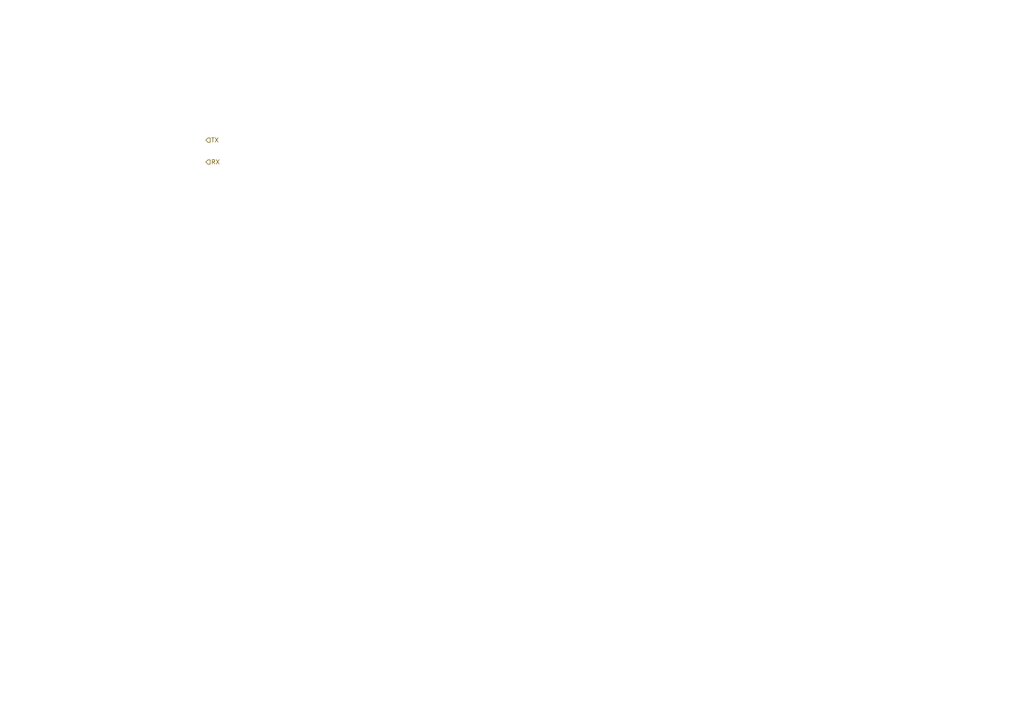
<source format=kicad_sch>
(kicad_sch
	(version 20231120)
	(generator "eeschema")
	(generator_version "8.0")
	(uuid "122d382b-3b64-4c1d-ad76-2f190d571852")
	(paper "A4")
	(title_block
		(date "2024-07-16")
		(company "Hans Märki, Märki Informatik")
		(comment 1 "The MIT License (MIT)")
	)
	(lib_symbols)
	(hierarchical_label "TX"
		(shape input)
		(at 59.69 40.64 0)
		(fields_autoplaced yes)
		(effects
			(font
				(size 1.27 1.27)
			)
			(justify left)
		)
		(uuid "0ea9aafc-96b2-43ee-98cd-320678da66f9")
	)
	(hierarchical_label "RX"
		(shape input)
		(at 59.69 46.99 0)
		(fields_autoplaced yes)
		(effects
			(font
				(size 1.27 1.27)
			)
			(justify left)
		)
		(uuid "4d4eefed-de71-4364-89e2-e9609e58796d")
	)
)

</source>
